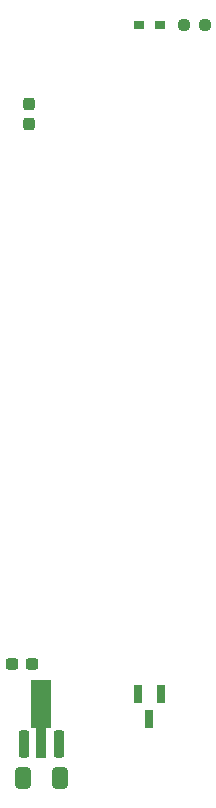
<source format=gbr>
G04 #@! TF.GenerationSoftware,KiCad,Pcbnew,8.0.4+dfsg-1*
G04 #@! TF.CreationDate,2025-02-22T20:55:47+09:00*
G04 #@! TF.ProjectId,bionic-f3850-ldo,62696f6e-6963-42d6-9633-3835302d6c64,6*
G04 #@! TF.SameCoordinates,Original*
G04 #@! TF.FileFunction,Paste,Top*
G04 #@! TF.FilePolarity,Positive*
%FSLAX46Y46*%
G04 Gerber Fmt 4.6, Leading zero omitted, Abs format (unit mm)*
G04 Created by KiCad (PCBNEW 8.0.4+dfsg-1) date 2025-02-22 20:55:47*
%MOMM*%
%LPD*%
G01*
G04 APERTURE LIST*
G04 Aperture macros list*
%AMRoundRect*
0 Rectangle with rounded corners*
0 $1 Rounding radius*
0 $2 $3 $4 $5 $6 $7 $8 $9 X,Y pos of 4 corners*
0 Add a 4 corners polygon primitive as box body*
4,1,4,$2,$3,$4,$5,$6,$7,$8,$9,$2,$3,0*
0 Add four circle primitives for the rounded corners*
1,1,$1+$1,$2,$3*
1,1,$1+$1,$4,$5*
1,1,$1+$1,$6,$7*
1,1,$1+$1,$8,$9*
0 Add four rect primitives between the rounded corners*
20,1,$1+$1,$2,$3,$4,$5,0*
20,1,$1+$1,$4,$5,$6,$7,0*
20,1,$1+$1,$6,$7,$8,$9,0*
20,1,$1+$1,$8,$9,$2,$3,0*%
%AMFreePoly0*
4,1,9,5.362500,-0.866500,1.237500,-0.866500,1.237500,-0.450000,-1.237500,-0.450000,-1.237500,0.450000,1.237500,0.450000,1.237500,0.866500,5.362500,0.866500,5.362500,-0.866500,5.362500,-0.866500,$1*%
G04 Aperture macros list end*
%ADD10RoundRect,0.250000X0.412500X0.650000X-0.412500X0.650000X-0.412500X-0.650000X0.412500X-0.650000X0*%
%ADD11RoundRect,0.237500X-0.300000X-0.237500X0.300000X-0.237500X0.300000X0.237500X-0.300000X0.237500X0*%
%ADD12RoundRect,0.237500X0.237500X-0.300000X0.237500X0.300000X-0.237500X0.300000X-0.237500X-0.300000X0*%
%ADD13R,0.965200X0.762000*%
%ADD14RoundRect,0.237500X-0.250000X-0.237500X0.250000X-0.237500X0.250000X0.237500X-0.250000X0.237500X0*%
%ADD15R,0.660400X1.625600*%
%ADD16RoundRect,0.225000X0.225000X-0.925000X0.225000X0.925000X-0.225000X0.925000X-0.225000X-0.925000X0*%
%ADD17FreePoly0,90.000000*%
G04 APERTURE END LIST*
D10*
X106118500Y-135532000D03*
X102993500Y-135532000D03*
D11*
X102017100Y-125829200D03*
X103742100Y-125829200D03*
D12*
X103489200Y-80158900D03*
X103489200Y-78433900D03*
D13*
X114576300Y-71778000D03*
X112823700Y-71778000D03*
D14*
X116597500Y-71778000D03*
X118422500Y-71778000D03*
D15*
X114650001Y-128420000D03*
X112749999Y-128420000D03*
X113700000Y-130552000D03*
D16*
X103056000Y-132648000D03*
D17*
X104556000Y-132560500D03*
D16*
X106056000Y-132648000D03*
M02*

</source>
